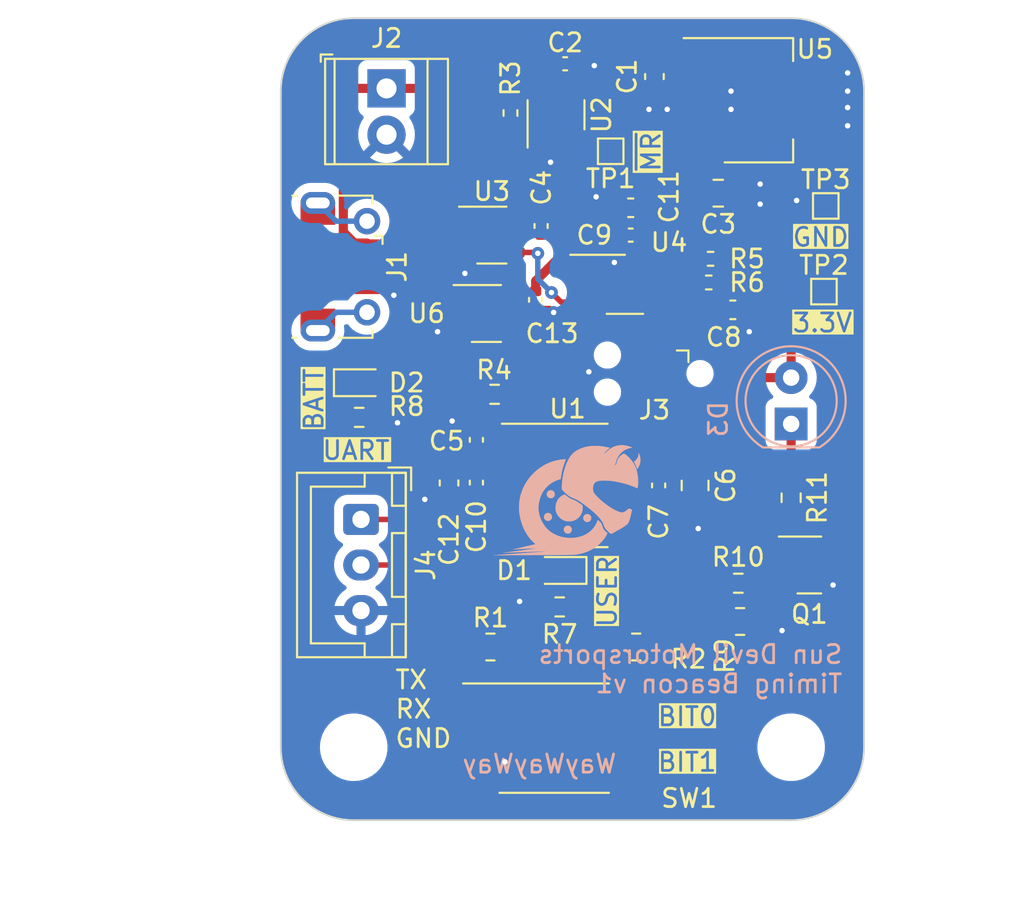
<source format=kicad_pcb>
(kicad_pcb (version 20221018) (generator pcbnew)
  (title_block (title "Lap Beacon") (date "2024-01-13") (rev "v1"))
  (layers (0 "F.Cu" signal) (31 "B.Cu" signal) (34 "B.Paste" user) (35 "F.Paste" user) (36 "B.SilkS" user "B.Silkscreen") (37 "F.SilkS" user "F.Silkscreen") (38 "B.Mask" user) (39 "F.Mask" user) (44 "Edge.Cuts" user))
  (net 0 "")
  (net 1 "Net-(D2-K)")
  (net 2 "+3.3V")
  (net 3 "/SWDIO")
  (net 4 "/NRST")
  (net 5 "/SWCLK")
  (net 6 "GND")
  (net 7 "/USART2_TX")
  (net 8 "/USART2_RX")
  (net 9 "Net-(Q1-D)")
  (net 10 "Net-(Q1-G)")
  (net 11 "/BIT1_SEL")
  (net 12 "/BIT0_SEL")
  (net 13 "/BOOT0")
  (net 16 "/USER_LED")
  (net 19 "/TIM22_CH2")
  (net 21 "+BATT")
  (net 22 "Net-(D1-K)")
  (net 26 "unconnected-(J1-Shield-Pad6)")
  (net 28 "/~{RESET}")
  (net 29 "Net-(U2-~{MR})")
  (net 32 "Net-(D3-K)")
  (net 34 "/TR")
  (net 35 "Net-(U4-DIS)")
  (net 36 "/Q")
  (net 37 "Net-(U4-R)")
  (net 39 "/BATT_LED")
  (footprint "Capacitor_SMD:C_0402_1005Metric" (layer "F.Cu") (at 151.2 104.9 180)
    (fp_text reference "C9")
    (fp_text value "100nF")
  )
  (footprint "Resistor_SMD:R_0603_1608Metric" (layer "F.Cu") (at 143.73 113.635 180)
    (fp_text reference "R4")
    (fp_text value "10k")
  )
  (footprint "MountingHole:MountingHole_3.2mm_M3" (layer "F.Cu") (at 136 133)
    (fp_text reference "H2" hide)
    (fp_text value "M3")
  )
  (footprint "Resistor_SMD:R_0603_1608Metric" (layer "F.Cu") (at 147.3 125.3 180)
    (fp_text reference "R7")
    (fp_text value "220")
  )
  (footprint "Library:2454985-3" (layer "F.Cu") (at 147 132.5 -90)
    (fp_text reference "SW1")
    (fp_text value "BIT_SEL" hide)
  )
  (footprint "Package_TO_SOT_SMD:SOT-23-5" (layer "F.Cu") (at 143.28 109.2)
    (fp_text reference "U6")
    (fp_text value "74AHC1G32")
  )
  (footprint "Package_SO:VSSOP-8_3.0x3.0mm_P0.65mm" (layer "F.Cu") (at 150.88 107.6)
    (fp_text reference "U4")
    (fp_text value "LMC555xMM")
  )
  (footprint "Connector:Tag-Connect_TC2030-IDC-NL_2x03_P1.27mm_Vertical" (layer "F.Cu") (at 152.46 112.5 180)
    (fp_text reference "J3")
    (fp_text value "TC2030-NL")
  )
  (footprint "Resistor_SMD:R_0805_2012Metric" (layer "F.Cu") (at 157.2 126.1 180)
    (fp_text reference "R9")
    (fp_text value "100k")
  )
  (footprint "Package_TO_SOT_SMD:SOT-23" (layer "F.Cu") (at 161 123)
    (fp_text reference "Q1")
    (fp_text value "IRLML6346TRPBF")
  )
  (footprint "Capacitor_SMD:C_0402_1005Metric" (layer "F.Cu") (at 147.6 95.5)
    (fp_text reference "C2")
    (fp_text value "100nF")
  )
  (footprint "Resistor_SMD:R_0603_1608Metric" (layer "F.Cu") (at 136.3 114.9)
    (fp_text reference "R8")
    (fp_text value "220")
  )
  (footprint "Resistor_SMD:R_0402_1005Metric" (layer "F.Cu") (at 155.48 107.5 180)
    (fp_text reference "R6")
    (fp_text value "10k")
  )
  (footprint "Package_TO_SOT_SMD:SOT-223-3_TabPin2" (layer "F.Cu") (at 158.2 97.5)
    (fp_text reference "U5")
    (fp_text value "MIC37100-3.3")
  )
  (footprint "MountingHole:MountingHole_3.2mm_M3" (layer "F.Cu") (at 160 133)
    (fp_text reference "H1" hide)
    (fp_text value "M3")
  )
  (footprint "LED_SMD:LED_0603_1608Metric" (layer "F.Cu") (at 147.285 123.3 180)
    (fp_text reference "D1")
    (fp_text value "RED")
  )
  (footprint "Capacitor_SMD:C_0402_1005Metric" (layer "F.Cu") (at 145.98 108.45 -90)
    (fp_text reference "C13")
    (fp_text value "100nF")
  )
  (footprint "Capacitor_SMD:C_0603_1608Metric" (layer "F.Cu") (at 156.8 109)
    (fp_text reference "C8")
    (fp_text value "20uF")
  )
  (footprint "Resistor_SMD:R_0603_1608Metric" (layer "F.Cu") (at 157.1 124)
    (fp_text reference "R10")
    (fp_text value "100")
  )
  (footprint "Package_SO:TSSOP-20_4.4x6.5mm_P0.65mm" (layer "F.Cu") (at 147.73 118.635)
    (fp_text reference "U1")
    (fp_text value "STM32L031F6P7")
  )
  (footprint "TestPoint:TestPoint_Pad_1.0x1.0mm" (layer "F.Cu") (at 161.9 103.3)
    (fp_text reference "TP3")
    (fp_text value "GND")
  )
  (footprint "Resistor_SMD:R_0603_1608Metric" (layer "F.Cu") (at 160 119.31 -90)
    (fp_text reference "R11")
    (fp_text value "24R / 250mW")
  )
  (footprint "Capacitor_SMD:C_0603_1608Metric" (layer "F.Cu") (at 141.23 118.5 -90)
    (fp_text reference "C12")
    (fp_text value "1uF")
  )
  (footprint "Capacitor_SMD:C_0603_1608Metric" (layer "F.Cu") (at 152.5 96.2 -90)
    (fp_text reference "C1")
    (fp_text value "1uF")
  )
  (footprint "Capacitor_SMD:C_0402_1005Metric" (layer "F.Cu") (at 152.73 118.635 -90)
    (fp_text reference "C7")
    (fp_text value "100nF")
  )
  (footprint "LED_SMD:LED_0603_1608Metric" (layer "F.Cu") (at 136.4 113)
    (fp_text reference "D2")
    (fp_text value "RED")
  )
  (footprint "Resistor_SMD:R_0402_1005Metric" (layer "F.Cu") (at 144.6 98.2 -90)
    (fp_text reference "R3")
    (fp_text value "10k")
  )
  (footprint "Capacitor_SMD:C_0402_1005Metric" (layer "F.Cu") (at 142.73 118.48 -90)
    (fp_text reference "C10")
    (fp_text value "100nF")
  )
  (footprint "TerminalBlock_TE-Connectivity:TerminalBlock_TE_282834-2_1x02_P2.54mm_Horizontal" (layer "F.Cu") (at 137.8 96.85 -90)
    (fp_text reference "J2")
    (fp_text value "BATTERY")
  )
  (footprint "Capacitor_SMD:C_0402_1005Metric" (layer "F.Cu") (at 146.28 104.4 -90)
    (fp_text reference "C4")
    (fp_text value "100nF")
  )
  (footprint "Resistor_SMD:R_0402_1005Metric" (layer "F.Cu") (at 155.58 106.2 180)
    (fp_text reference "R5")
    (fp_text value "10k")
  )
  (footprint "TestPoint:TestPoint_Pad_1.0x1.0mm" (layer "F.Cu") (at 150.1 100.3)
    (fp_text reference "TP1")
    (fp_text value "~{MR}")
  )
  (footprint "Capacitor_SMD:C_0402_1005Metric" (layer "F.Cu") (at 142.73 116.135 -90)
    (fp_text reference "C5")
    (fp_text value "100nF")
  )
  (footprint "Capacitor_SMD:C_0805_2012Metric" (layer "F.Cu") (at 154.73 118.635 -90)
    (fp_text reference "C6")
    (fp_text value "10uF")
  )
  (footprint "Capacitor_SMD:C_0603_1608Metric" (layer "F.Cu") (at 151.2 103.4 180)
    (fp_text reference "C11")
    (fp_text value "1uF")
  )
  (footprint "TestPoint:TestPoint_Pad_1.0x1.0mm" (layer "F.Cu") (at 161.8 108)
    (fp_text reference "TP2")
    (fp_text value "3.3V")
  )
  (footprint "Connector_JST:JST_XH_B3B-XH-A_1x03_P2.50mm_Vertical" (layer "F.Cu") (at 136.4 120.5 -90)
    (fp_text reference "J4")
    (fp_text value "UART")
  )
  (footprint "Capacitor_SMD:C_0805_2012Metric" (layer "F.Cu") (at 156 102.6)
    (fp_text reference "C3")
    (fp_text value "10uF")
  )
  (footprint "Resistor_SMD:R_0805_2012Metric" (layer "F.Cu") (at 151.5 127.5)
    (fp_text reference "R2")
    (fp_text value "10k")
  )
  (footprint "Resistor_SMD:R_0805_2012Metric" (layer "F.Cu") (at 143.5 127.5 180)
    (fp_text reference "R1")
    (fp_text value "10k")
  )
  (footprint "Package_TO_SOT_SMD:SOT-23-6" (layer "F.Cu") (at 147.1 98.3 90)
    (fp_text reference "U2")
    (fp_text value "TPS3808DBV")
  )
  (footprint "Package_TO_SOT_SMD:SOT-23-5" (layer "F.Cu") (at 143.58 104.9)
    (fp_text reference "U3")
    (fp_text value "SN74LVC1G14DBV")
  )
  (footprint "Connector_USB:USB_Micro-B_Molex-105017-0001" (layer "F.Cu") (at 135.2675 106.635 -90)
    (fp_text reference "J1")
    (fp_text value "USB")
  )
  (footprint "LED_THT:LED_D5.0mm_IRBlack" (layer "B.Cu") (at 160 115.26 90)
    (fp_text reference "D3")
    (fp_text value "TSAL6100")
  )
  (footprint "LOGO" (layer "B.Cu") (at 147.9 119.7 180)
    (fp_text reference "G***" hide)
    (fp_text value "LOGO" hide)
  )
  (gr_arc (start 132 97) (mid 133.171573 94.171573) (end 136 93) (stroke (width 0.1)) (layer "Edge.Cuts"))
  (gr_line (start 132 133) (end 132 97) (stroke (width 0.1)) (layer "Edge.Cuts"))
  (gr_arc (start 136 137) (mid 133.171573 135.828427) (end 132 133) (stroke (width 0.1)) (layer "Edge.Cuts"))
  (gr_line (start 164 133) (end 164 97) (stroke (width 0.1)) (layer "Edge.Cuts"))
  (gr_line (start 160 93) (end 136 93) (stroke (width 0.1)) (layer "Edge.Cuts"))
  (gr_arc (start 160 93) (mid 162.828427 94.171573) (end 164 97) (stroke (width 0.1)) (layer "Edge.Cuts"))
  (gr_line (start 136 137) (end 160 137) (stroke (width 0.1)) (layer "Edge.Cuts"))
  (gr_arc (start 164 133) (mid 162.828427 135.828427) (end 160 137) (stroke (width 0.1)) (layer "Edge.Cuts"))
  (gr_text "Sun Devil Motorsports\nTiming Beacon v1" (at 162.9 130.1) (layer "B.SilkS") (effects (font (size 1 1)) (justify left bottom mirror)))
  (gr_text "WayWayWay" (at 150.5 134.5) (layer "B.SilkS") (effects (font (size 1 1)) (justify left bottom mirror)))
  (gr_text "UART" (at 134.2 117.3) (layer "F.SilkS" knockout) (effects (font (size 1 1)) (justify left bottom)))
  (gr_text "3.3V" (at 160 110.3) (layer "F.SilkS" knockout) (effects (font (size 1 1)) (justify left bottom)))
  (gr_text "BIT1\n" (at 152.6 134.4) (layer "F.SilkS" knockout) (effects (font (size 1 1)) (justify left bottom)))
  (gr_text "BATT" (at 134.4 115.7 90) (layer "F.SilkS" knockout) (effects (font (size 1 1)) (justify left bottom)))
  (gr_text "~{MR}" (at 152.9 101.5 90) (layer "F.SilkS" knockout) (effects (font (size 1 1)) (justify left bottom)))
  (gr_text "USER" (at 150.5 126.5 90) (layer "F.SilkS" knockout) (effects (font (size 1 1)) (justify left bottom)))
  (gr_text "TX\nRX\nGND" (at 138.2 133.1) (layer "F.SilkS") (effects (font (size 1 1)) (justify left bottom)))
  (gr_text "GND" (at 160 105.6) (layer "F.SilkS" knockout) (effects (font (size 1 1)) (justify left bottom)))
  (gr_text "BIT0" (at 152.6 131.9) (layer "F.SilkS" knockout) (effects (font (size 1 1)) (justify left bottom)))
  (segment (start 135.6125 113.9875) (end 135.6125 113) (width 0.5) (layer "F.Cu") (net 1))
  (segment (start 135.475 114.125) (end 135.6125 113.9875) (width 0.5) (layer "F.Cu") (net 1))
  (segment (start 135.475 114.9) (end 135.475 114.125) (width 0.5) (layer "F.Cu") (net 1))
  (segment (start 151.59 118.31) (end 151.745 118.155) (width 0.3) (layer "F.Cu") (net 2))
  (segment (start 142 118) (end 142.73 118) (width 0.5) (layer "F.Cu") (net 2))
  (segment (start 144.4125 127.5) (end 144.6125 127.7) (width 0.5) (layer "F.Cu") (net 2))
  (segment (start 150.5925 118.31) (end 151.59 118.31) (width 0.3) (layer "F.Cu") (net 2))
  (segment (start 143.61 118.31) (end 143.3 118) (width 0.3) (layer "F.Cu") (net 2))
  (segment (start 141.23 117.725) (end 141.725 117.725) (width 0.5) (layer "F.Cu") (net 2))
  (segment (start 159 110.7) (end 160 110.7) (width 0.5) (layer "F.Cu") (net 2))
  (segment (start 161.8 108) (end 160 108) (width 0.5) (layer "F.Cu") (net 2))
  (segment (start 148.5 118.31) (end 150.5925 118.31) (width 0.3) (layer "F.Cu") (net 2))
  (segment (start 144.8675 118.31) (end 147.7 118.31) (width 0.3) (layer "F.Cu") (net 2))
  (segment (start 150.5875 125.5875) (end 150.5875 127.5) (width 0.3) (layer "F.Cu") (net 2))
  (segment (start 160 107.6) (end 160 108) (width 0.5) (layer "F.Cu") (net 2))
  (segment (start 154.73 117.685) (end 154.73 115.67) (width 0.5) (layer "F.Cu") (net 2))
  (segment (start 141.725 117.725) (end 142 118) (width 0.5) (layer "F.Cu") (net 2))
  (segment (start 155.4 104.4) (end 156.8 104.4) (width 0.5) (layer "F.Cu") (net 2))
  (segment (start 143.3 118) (end 142.73 118) (width 0.3) (layer "F.Cu") (net 2))
  (segment (start 158.3 112.72) (end 160 112.72) (width 0.5) (layer "F.Cu") (net 2))
  (segment (start 144.8675 118.31) (end 143.61 118.31) (width 0.3) (layer "F.Cu") (net 2))
  (segment (start 151.745 118.155) (end 152.73 118.155) (width 0.3) (layer "F.Cu") (net 2))
  (segment (start 147.7 118.31) (end 148.5 118.31) (width 0.3) (layer "F.Cu") (net 2))
  (segment (start 154.015 117.685) (end 153.545 118.155) (width 0.5) (layer "F.Cu") (net 2))
  (segment (start 144.6125 127.7) (end 147.7 127.7) (width 0.5) (layer "F.Cu") (net 2))
  (segment (start 157.68 112.72) (end 158.3 112.72) (width 0.5) (layer "F.Cu") (net 2))
  (segment (start 150.3875 127.7) (end 150.5875 127.5) (width 0.5) (layer "F.Cu") (net 2))
  (segment (start 154.095 111.5) (end 158.2 111.5) (width 0.5) (layer "F.Cu") (net 2))
  (segment (start 155.05 102.6) (end 155.05 104.05) (width 0.5) (layer "F.Cu") (net 2))
  (segment (start 160 110.7) (end 160 112.72) (width 0.5) (layer "F.Cu") (net 2))
  (segment (start 155.05 104.05) (end 155.4 104.4) (width 0.5) (layer "F.Cu") (net 2))
  (segment (start 149.7 122.8) (end 149.7 124.7) (width 0.3) (layer "F.Cu") (net 2))
  (segment (start 154.73 117.685) (end 154.015 117.685) (width 0.5) (layer "F.Cu") (net 2))
  (segment (start 153.73 111.865) (end 154.095 111.5) (width 0.5) (layer "F.Cu") (net 2))
  (segment (start 148.8 118.31) (end 148.8 121.9) (width 0.3) (layer "F.Cu") (net 2))
  (segment (start 149.7 124.7) (end 150.5875 125.5875) (width 0.3) (layer "F.Cu") (net 2))
  (segment (start 148.8 121.9) (end 149.7 122.8) (width 0.3) (layer "F.Cu") (net 2))
  (segment (start 154.73 115.67) (end 157.68 112.72) (width 0.5) (layer "F.Cu") (net 2))
  (segment (start 153.545 118.155) (end 152.73 118.155) (width 0.5) (layer "F.Cu") (net 2))
  (segment (start 160 108) (end 160 110.7) (width 0.5) (layer "F.Cu") (net 2))
  (segment (start 156.8 104.4) (end 160 107.6) (width 0.5) (layer "F.Cu") (net 2))
  (segment (start 147.7 127.7) (end 150.3875 127.7) (width 0.5) (layer "F.Cu") (net 2))
  (segment (start 158.2 111.5) (end 159 110.7) (width 0.5) (layer "F.Cu") (net 2))
  (segment (start 153.73 113.135) (end 153.73 115.07) (width 0.3) (layer "F.Cu") (net 3))
  (segment (start 152.44 116.36) (end 150.5925 116.36) (width 0.3) (layer "F.Cu") (net 3))
  (segment (start 153.73 115.07) (end 152.44 116.36) (width 0.3) (layer "F.Cu") (net 3))
  (segment (start 146.5 114.2) (end 146.5 117.1) (width 0.3) (layer "F.Cu") (net 4))
  (segment (start 143.86 117.66) (end 142.815 116.615) (width 0.3) (layer "F.Cu") (net 4))
  (segment (start 145.94 117.66) (end 144.8675 117.66) (width 0.3) (layer "F.Cu") (net 4))
  (segment (start 149.3 110.5) (end 146.5 113.3) (width 0.3) (layer "F.Cu") (net 4))
  (segment (start 146.5 113.3) (end 146.5 114.2) (width 0.3) (layer "F.Cu") (net 4))
  (segment (start 146.5 117.1) (end 145.94 117.66) (width 0.3) (layer "F.Cu") (net 4))
  (segment (start 151.095 110.5) (end 149.3 110.5) (width 0.3) (layer "F.Cu") (net 4))
  (segment (start 152.46 111.865) (end 151.095 110.5) (width 0.3) (layer "F.Cu") (net 4))
  (segment (start 142.815 116.615) (end 142.73 116.615) (width 0.3) (layer "F.Cu") (net 4))
  (segment (start 144.8675 117.66) (end 143.86 117.66) (width 0.3) (layer "F.Cu") (net 4))
  (segment (start 150.5925 115.71) (end 151.49 115.71) (width 0.3) (layer "F.Cu") (net 5))
  (segment (start 151.49 115.71) (end 152.46 114.74) (width 0.3) (layer "F.Cu") (net 5))
  (segment (start 152.46 114.74) (end 152.46 113.135) (width 0.3) (layer "F.Cu") (net 5))
  (segment (start 146.28 104.88) (end 144.22 104.88) (width 0.3) (layer "F.Cu") (net 6))
  (segment (start 150.5925 118.96) (end 151.76 118.96) (width 0.3) (layer "F.Cu") (net 6))
  (segment (start 146.475 125.3) (end 145.4 125.3) (width 0.5) (layer "F.Cu") (net 6))
  (segment (start 142.73 114.97) (end 142.8175 114.8825) (width 0.5) (layer "F.Cu") (net 6))
  (segment (start 151.19 111.865) (end 150.5757 112.4793) (width 0.5) (layer "F.Cu") (net 6))
  (segment (start 149.9 103.4) (end 149.3 102.8) (width 0.5) (layer "F.Cu") (net 6))
  (segment (start 154.73 120.83) (end 154.9 121) (width 0.5) (layer "F.Cu") (net 6))
  (segment (start 153.685 119.585) (end 154.73 119.585) (width 0.5) (layer "F.Cu") (net 6))
  (segment (start 150.425 103.4) (end 150.425 104.025) (width 0.5) (layer "F.Cu") (net 6))
  (segment (start 148.68 106.625) (end 150.075 106.625) (width 0.3) (layer "F.Cu") (net 6))
  (segment (start 148.9793 112.4793) (end 148.9 112.4) (width 0.5) (layer "F.Cu") (net 6))
  (segment (start 150.425 104.025) (end 150.72 104.32) (width 0.5) (layer "F.Cu") (net 6))
  (segment (start 142.55 133.77) (end 144.27 133.77) (width 0.5) (layer "F.Cu") (net 6))
  (segment (start 136.73 107.935) (end 137.935 107.935) (width 0.3) (layer "F.Cu") (net 6))
  (segment (start 137.935 107.935) (end 138.2 108.2) (width 0.3) (layer "F.Cu") (net 6))
  (segment (start 142.55 133.77) (end 142.55 131.23) (width 0.5) (layer "F.Cu") (net 6))
  (segment (start 157.575 110.075) (end 157.7 110.2) (width 0.5) (layer "F.Cu") (net 6))
  (segment (start 159 126.1) (end 159.5 126.6) (width 0.3) (layer "F.Cu") (net 6))
  (segment (start 145.98 108.93) (end 146.754217 108.93) (width 0.3) (layer "F.Cu") (net 6))
  (segment (start 142.14 118.96) (end 142.73 118.96) (width 0.5) (layer "F.Cu") (net 6))
  (segment (start 149.1 95.5) (end 149.2 95.6) (width 0.5) (layer "F.Cu") (net 6))
  (segment (start 161.9375 123) (end 161.9375 123.7375) (width 0.5) (layer "F.Cu") (net 6))
  (segment (start 150.425 103.4) (end 149.9 103.4) (width 0.5) (layer "F.Cu") (net 6))
  (segment (start 158.1125 126.1) (end 159 126.1) (width 0.3) (layer "F.Cu") (net 6))
  (segment (start 137.125 114.9) (end 138.1 114.9) (width 0.5) (layer "F.Cu") (net 6))
  (segment (start 141.955 115.655) (end 141.4 115.1) (width 0.5) (layer "F.Cu") (net 6))
  (segment (start 151.915 119.115) (end 152.73 119.115) (width 0.3) (layer "F.Cu") (net 6))
  (segment (start 147.1 99.4375) (end 147.1 100.6) (width 0.5) (layer "F.Cu") (net 6))
  (segment (start 157.575 109) (end 157.575 110.075) (width 0.5) (layer "F.Cu") (net 6))
  (segment (start 150.075 106.625) (end 150.3 106.4) (width 0.3) (layer "F.Cu") (net 6))
  (segment (start 151.76 118.96) (end 151.915 119.115) (width 0.3) (layer "F.Cu") (net 6))
  (segment (start 152.73 119.115) (end 153.215 119.115) (width 0.5) (layer "F.Cu") (net 6))
  (segment (start 141.825 119.275) (end 142.14 118.96) (width 0.5) (layer "F.Cu") (net 6))
  (segment (start 140.025 119.275) (end 139.9 119.4) (width 0.5) (layer "F.Cu") (net 6))
  (segment (start 141.23 119.275) (end 141.825 119.275) (width 0.5) (layer "F.Cu") (net 6))
  (segment (start 142.73 115.655) (end 141.955 115.655) (width 0.5) (layer "F.Cu") (net 6))
  (segment (start 142.4425 106.6575) (end 142.1 107) (width 0.5) (layer "F.Cu") (net 6))
  (segment (start 144.22 104.88) (end 143.25 105.85) (width 0.3) (layer "F.Cu") (net 6))
  (segment (start 160.6 103.3) (end 160.3 103) (width 0.5) (layer "F.Cu") (net 6))
  (segment (start 138.1 114.9) (end 138.4 115.2) (width 0.5) (layer "F.Cu") (net 6))
  (segment (start 153.215 119.115) (end 153.685 119.585) (width 0.5) (layer "F.Cu") (net 6))
  (segment (start 147.1 100.6) (end 146.8 100.9) (width 0.5) (layer "F.Cu") (net 6))
  (segment (start 148.08 95.5) (end 149.1 95.5) (width 0.5) (layer "F.Cu") (net 6))
  (segment (start 141.23 119.275) (end 140.025 119.275) (width 0.5) (layer "F.Cu") (net 6))
  (segment (start 150.5757 112.4793) (end 148.9793 112.4793) (width 0.5) (layer "F.Cu") (net 6))
  (segment (start 140.65 110.15) (end 140.6 110.2) (width 0.5) (layer "F.Cu") (net 6))
  (segment (start 142.8175 114.8825) (end 142.8175 113.635) (width 0.5) (layer "F.Cu") (net 6))
  (segment (start 150.72 104.32) (end 150.72 104.9) (width 0.5) (layer "F.Cu") (net 6))
  (segment (start 144.27 133.77) (end 144.3 133.8) (width 0.5) (layer "F.Cu") (net 6))
  (segment (start 146.754217 108.93) (end 146.968424 109.144207) (width 0.3) (layer "F.Cu") (net 6))
  (segment (start 142.1425 110.15) (end 140.65 110.15) (width 0.5) (layer "F.Cu") (net 6))
  (segment (start 142.73 115.655) (end 142.73 114.97) (width 0.5) (layer "F.Cu") (net 6))
  (segment (start 161.9 103.3) (end 160.6 103.3) (width 0.5) (layer "F.Cu") (net 6))
  (segment (start 154.73 119.585) (end 154.73 120.83) (width 0.5) (layer "F.Cu") (net 6))
  (segment (start 142.4425 105.85) (end 142.4425 106.6575) (width 0.5) (layer "F.Cu") (net 6))
  (segment (start 145.4 125.3) (end 145.1 125) (width 0.5) (layer "F.Cu") (net 6))
  (segment (start 143.25 105.85) (end 142.4425 105.85) (width 0.3) (layer "F.Cu") (net 6))
  (segment (start 161.9375 123.7375) (end 162.3 124.1) (width 0.5) (layer "F.Cu") (net 6))
  (via (at 163.1 97) (size 0.7) (drill 0.3) (layers "F.Cu" "B.Cu") (net 6))
  (via (at 144.3 133.8) (size 0.7) (drill 0.3) (layers "F.Cu" "B.Cu") (net 6))
  (via (at 158.3 103.2) (size 0.7) (drill 0.3) (layers "F.Cu" "B.Cu") (net 6))
  (via (at 162.3 124.1) (size 0.7) (drill 0.3) (layers "F.Cu" "B.Cu") (net 6))
  (via (at 163.1 97.9) (size 0.7) (drill 0.3) (layers "F.Cu" "B.Cu") (net 6))
  (via (at 159.5 126.6) (size 0.7) (drill 0.3) (layers "F.Cu" "B.Cu") (net 6))
  (via (at 148.9 112.4) (size 0.7) (drill 0.3) (layers "F.Cu" "B.Cu") (net 6))
  (via (at 150.3 106.4) (size 0.7) (drill 0.3) (layers "F.Cu" "B.Cu") (net 6))
  (via (at 156.7 98) (size 0.7) (drill 0.3) (layers "F.Cu" "B.Cu") (net 6))
  (via (at 146.8 100.9) (size 0.7) (drill 0.3) (layers "F.Cu" "B.Cu") (net 6))
  (via (at 157.7 110.2) (size 0.7) (drill 0.3) (layers "F.Cu" "B.Cu") (net 6))
  (via (at 149.3 102.8) (size 0.7) (drill 0.3) (layers "F.Cu" "B.Cu") (net 6))
  (via (at 146.968424 109.144207) (size 0.7) (drill 0.3) (layers "F.Cu" "B.Cu") (net 6))
  (via (at 142.1 107) (size 0.7) (drill 0.3) (layers "F.Cu" "B.Cu") (net 6))
  (via (at 153.2 98) (size 0.7) (drill 0.3) (layers "F.Cu" "B.Cu") (net 6))
  (via (at 154.9 121) (size 0.7) (drill 0.3) (layers "F.Cu" "B.Cu") (net 6))
  (via (at 140.6 110.2) (size 0.7) (drill 0.3) (layers "F.Cu" "B.Cu") (net 6))
  (via (at 163.1 96) (size 0.7) (drill 0.3) (layers "F.Cu" "B.Cu") (net 6))
  (via (at 158.3 102.1) (size 0.7) (drill 0.3) (layers "F.Cu" "B.Cu") (net 6))
  (via (at 156.7 97) (size 0.7) (drill 0.3) (layers "F.Cu" "B.Cu") (net 6))
  (via (at 163.1 98.9) (size 0.7) (drill 0.3) (layers "F.Cu" "B.Cu") (net 6))
  (via (at 149.2 95.6) (size 0.7) (drill 0.3) (layers "F.Cu" "B.Cu") (net 6))
  (via (at 141.4 115.1) (size 0.7) (drill 0.3) (layers "F.Cu" "B.Cu") (net 6))
  (via (at 138.4 115.2) (size 0.7) (drill 0.3) (layers "F.Cu" "B.Cu") (net 6))
  (via (at 160.3 103) (size 0.7) (drill 0.3) (layers "F.Cu" "B.Cu") (net 6))
  (via (at 139.9 119.4) (size 0.7) (drill 0.3) (layers "F.Cu" "B.Cu") (net 6))
  (via (at 145.1 125) (size 0.7) (drill 0.3) (layers "F.Cu" "B.Cu") (net 6))
  (via (at 138.2 108.2) (size 0.7) (drill 0.3) (layers "F.Cu" "B.Cu") (net 6))
  (via (at 152.2 98) (size 0.7) (drill 0.3) (layers "F.Cu" "B.Cu") (net 6))
  (segment (start 139.84 120.26) (end 139.6 120.5) (width 0.3) (layer "F.Cu") (net 7))
  (segment (start 144.8675 120.26) (end 139.84 120.26) (width 0.3) (layer "F.Cu") (net 7))
  (segment (start 139.6 120.5) (end 136.4 120.5) (width 0.3) (layer "F.Cu") (net 7))
  (segment (start 141.5 123) (end 136.4 123) (width 0.3) (layer "F.Cu") (net 8))
  (segment (start 143.59 120.91) (end 141.5 123) (width 0.3) (layer "F.Cu") (net 8))
  (segment (start 144.8675 120.91) (end 143.59 120.91) (width 0.3) (layer "F.Cu") (net 8))
  (segment (start 160 120.135) (end 160 121.9875) (width 0.5) (layer "F.Cu") (net 9))
  (segment (start 160 121.9875) (end 160.0625 122.05) (width 0.5) (layer "F.Cu") (net 9))
  (segment (start 157.925 124) (end 160.0125 124) (width 0.3) (layer "F.Cu") (net 10))
  (segment (start 160.0125 124) (end 160.0625 123.95) (width 0.3) (layer "F.Cu") (net 10))
  (segment (start 152.4125 124.8125) (end 152.4125 127.5) (width 0.3) (layer "F.Cu") (net 11))
  (segment (start 152.93 133.77) (end 151.45 133.77) (width 0.3) (layer "F.Cu") (net 11))
  (segment (start 150.5925 122.9925) (end 152.4125 124.8125) (width 0.3) (layer "F.Cu") (net 11))
  (segment (start 153.5 133.2) (end 152.93 133.77) (width 0.3) (layer "F.Cu") (net 11))
  (segment (start 150.5925 121.56) (end 150.5925 122.9925) (width 0.3) (layer "F.Cu") (net 11))
  (segment (start 152.4125 127.5) (end 152.4125 128.4125) (width 0.3) (layer "F.Cu") (net 11))
  (segment (start 153.5 129.5) (end 153.5 133.2) (width 0.3) (layer "F.Cu") (net 11))
  (segment (start 152.4125 128.4125) (end 153.5 129.5) (width 0.3) (layer "F.Cu") (net 11))
  (segment (start 143.7 129.9) (end 146.1 129.9) (width 0.3) (layer "F.Cu") (net 12))
  (segment (start 144.8675 121.56) (end 144.8675 123.1325) (width 0.3) (layer "F.Cu") (net 12))
  (segment (start 142.5875 125.4125) (end 142.5875 127.5) (width 0.3) (layer "F.Cu") (net 12))
  (segment (start 147.43 131.23) (end 151.45 131.23) (width 0.3) (layer "F.Cu") (net 12))
  (segment (start 144.8675 123.1325) (end 142.5875 125.4125) (width 0.3) (layer "F.Cu") (net 12))
  (segment (start 142.5875 127.5) (end 142.5875 128.7875) (width 0.3) (layer "F.Cu") (net 12))
  (segment (start 142.5875 128.7875) (end 143.7 129.9) (width 0.3) (layer "F.Cu") (net 12))
  (segment (start 146.1 129.9) (end 147.43 131.23) (width 0.3) (layer "F.Cu") (net 12))
  (segment (start 144.8675 115.1675) (end 144.6425 114.9425) (width 0.3) (layer "F.Cu") (net 13))
  (segment (start 144.6425 114.9425) (end 144.6425 113.635) (width 0.3) (layer "F.Cu") (net 13))
  (segment (start 144.8675 115.71) (end 144.8675 115.1675) (width 0.3) (layer "F.Cu") (net 13))
  (segment (start 146.4975 123.3) (end 146.4975 119.6975) (width 0.3) (layer "F.Cu") (net 16))
  (segment (start 145.76 118.96) (end 144.8675 118.96) (width 0.3) (layer "F.Cu") (net 16))
  (segment (start 146.4975 119.6975) (end 145.76 118.96) (width 0.3) (layer "F.Cu") (net 16))
  (segment (start 156.275 124) (end 156.275 126.0875) (width 0.3) (layer "F.Cu") (net 19))
  (segment (start 150.5925 120.26) (end 152.06 120.26) (width 0.3) (layer "F.Cu") (net 19))
  (segment (start 152.06 120.26) (end 155.8 124) (width 0.3) (layer "F.Cu") (net 19))
  (segment (start 155.8 124) (end 156.275 124) (width 0.3) (layer "F.Cu") (net 19))
  (segment (start 156.275 126.0875) (end 156.2875 126.1) (width 0.3) (layer "F.Cu") (net 19))
  (segment (start 151.1 98.5) (end 151.975 99.375) (width 0.5) (layer "F.Cu") (net 21))
  (segment (start 146.28 103.92) (end 147.02 103.92) (width 0.5) (layer "F.Cu") (net 21))
  (segment (start 153.08 106.625) (end 152.125 106.625) (width 0.3) (layer "F.Cu") (net 21))
  (segment (start 144.6 97.69) (end 144.81 97.69) (width 0.5) (layer "F.Cu") (net 21))
  (segment (start 151.68 106.18) (end 151.68 104.9) (width 0.3) (layer "F.Cu") (net 21))
  (segment (start 144.4175 108.25) (end 145.05 108.25) (width 0.3) (layer "F.Cu") (net 21))
  (segment (start 147.12 95.5) (end 147.12 94.78) (width 0.5) (layer "F.Cu") (net 21))
  (segment (start 151.68 104.22) (end 151.68 104.9) (width 0.5) (layer "F.Cu") (net 21))
  (segment (start 136.05 96.85) (end 137.8 96.85) (width 0.5) (layer "F.Cu") (net 21))
  (segment (start 141.05 96.85) (end 141.89 97.69) (width 0.5) (layer "F.Cu") (net 21))
  (segment (start 147.1 101.9) (end 146.28 102.72) (width 0.5) (layer "F.Cu") (net 21))
  (segment (start 147.1 95.52) (end 147.12 95.5) (width 0.5) (layer "F.Cu") (net 21))
  (segment (start 145.3375 97.1625) (end 146.15 97.1625) (width 0.5) (layer "F.Cu") (net 21))
  (segment (start 145.05 108.25) (end 145.33 107.97) (width 0.3) (layer "F.Cu") (net 21))
  (segment (start 147.4 106) (end 145.98 107.42) (width 0.5) (layer "F.Cu") (net 21))
  (segment (start 154.4 106.2) (end 155.07 106.2) (width 0.3) (layer "F.Cu") (net 21))
  (segment (start 151.975 99.375) (end 151.975 101.9) (width 0.5) (layer "F.Cu") (net 21))
  (segment (start 141.89 97.69) (end 144.6 97.69) (width 0.5) (layer "F.Cu") (net 21))
  (segment (start 146.15 97.1625) (end 147.1 97.1625) (width 0.5) (layer "F.Cu") (net 21))
  (segment (start 136.73 105.335) (end 136.035 105.335) (width 0.5) (layer "F.Cu") (net 21))
  (segment (start 135.43 97.47) (end 136.05 96.85) (width 0.5) (layer "F.Cu") (net 21))
  (segment (start 146.28 102.72) (end 146.28 103.92) (width 0.5) (layer "F.Cu") (net 21))
  (segment (start 150.825 95.425) (end 151.1 95.425) (width 0.5) (layer "F.Cu") (net 21))
  (segment (start 147.02 103.92) (end 147.4 104.3) (width 0.5) (layer "F.Cu") (net 21))
  (segment (start 144.81 97.69) (end 145.3375 97.1625) (width 0.5) (layer "F.Cu") (net 21))
  (segment (start 151.975 103.4) (end 151.975 103.925) (width 0.5) (layer "F.Cu") (net 21))
  (segment (start 151.975 101.9) (end 147.1 101.9) (width 0.5) (layer "F.Cu") (net 21))
  (segment (start 144.7175 103.95) (end 146.25 103.95) (width 0.5) (layer "F.Cu") (net 21))
  (segment (start 146.25 103.95) (end 146.28 103.92) (width 0.5) (layer "F.Cu") (net 21))
  (segment (start 147.1 97.1625) (end 147.1 95.52) (width 0.5) (layer "F.Cu") (net 21))
  (segment (start 137.8 96.85) (end 141.05 96.85) (width 0.5) (layer "F.Cu") (net 21))
  (segment (start 151.975 101.9) (end 151.975 103.4) (width 0.5) (layer "F.Cu") (net 21))
  (segment (start 151.1 95.425) (end 151.1 98.5) (width 0.5) (layer "F.Cu") (net 21))
  (segment (start 152.125 106.625) (end 151.68 106.18) (width 0.3) (layer "F.Cu") (net 21))
  (segment (start 145.33 107.97) (end 145.98 107.97) (width 0.3) (layer "F.Cu") (net 21))
  (segment (start 151.975 103.925) (end 151.68 104.22) (width 0.5) (layer "F.Cu") (net 21))
  (segment (start 149.8 94.4) (end 150.825 95.425) (width 0.5) (layer "F.Cu") (net 21))
  (segment (start 147.4 104.3) (end 147.4 106) (width 0.5) (layer "F.Cu") (net 21))
  (segment (start 135.43 104.73) (end 135.43 97.47) (width 0.5) (layer "F.Cu") (net 21))
  (segment (start 147.12 94.78) (end 147.5 94.4) (width 0.5) (layer "F.Cu") (net 21))
  (segment (start 147.5 94.4) (end 149.8 94.4) (width 0.5) (layer "F.Cu") (net 21))
  (segment (start 136.035 105.335) (end 135.43 104.73) (width 0.5) (layer "F.Cu") (net 21))
  (segment (start 153.08 106.625) (end 153.975 106.625) (width 0.3) (layer "F.Cu") (net 21))
  (segment (start 145.98 107.42) (end 145.98 107.97) (width 0.5) (layer "F.Cu") (net 21))
  (segment (start 153.975 106.625) (end 154.4 106.2) (width 0.3) (layer "F.Cu") (net 21))
  (segment (start 151.1 95.425) (end 152.5 95.425) (width 0.5) (layer "F.Cu") (net 21))
  (segment (start 148.125 125.3) (end 148.125 123.3525) (width 0.3) (layer "F.Cu") (net 22))
  (segment (start 148.125 123.3525) (end 148.0725 123.3) (width 0.3) (layer "F.Cu") (net 22))
  (segment (start 134.03 107.635) (end 134.03 109.535) (width 0.3) (layer "F.Cu") (net 26))
  (segment (start 134.03 105.635) (end 134.03 107.635) (width 0.3) (layer "F.Cu") (net 26))
  (segment (start 134.03 103.735) (end 134.03 105.635) (width 0.3) (layer "F.Cu") (net 26))
  (segment (start 135.03 109.135) (end 134.03 110.135) (width 0.3) (layer "B.Cu") (net 26))
  (segment (start 136.73 104.135) (end 135.03 104.135) (width 0.3) (layer "B.Cu") (net 26))
  (segment (start 135.03 104.135) (end 134.03 103.135) (width 0.3) (layer "B.Cu") (net 26))
  (segment (start 136.73 109.135) (end 135.03 109.135) (width 0.3) (layer "B.Cu") (net 26))
  (segment (start 146.15 99.4375) (end 145.8375 99.4375) (width 0.3) (layer "F.Cu") (net 28))
  (segment (start 140.8 105.6) (end 141.5 104.9) (width 0.3) (layer "F.Cu") (net 28))
  (segment (start 140.8 108.9) (end 140.8 105.6) (width 0.3) (layer "F.Cu") (net 28))
  (segment (start 145.8375 99.4375) (end 145.11 98.71) (width 0.3) (layer "F.Cu") (net 28))
  (segment (start 144.09 98.71) (end 143.6 99.2) (width 0.3) (layer "F.Cu") (net 28))
  (segment (start 142.1425 109.2) (end 141.1 109.2) (width 0.3) (layer "F.Cu") (net 28))
  (segment (start 143.6 104.3) (end 143 104.9) (width 0.3) (layer "F.Cu") (net 28))
  (segment (start 143 104.9) (end 142.4425 104.9) (width 0.3) (layer "F.Cu") (net 28))
  (segment (start 141.5 104.9) (end 142.4425 104.9) (width 0.3) (layer "F.Cu") (net 28))
  (segment (start 141.1 109.2) (end 140.8 108.9) (width 0.3) (layer "F.Cu") (net 28))
  (segment (start 145.11 98.71) (end 144.6 98.71) (width 0.3) (layer "F.Cu") (net 28))
  (segment (start 143.6 99.2) (end 143.6 104.3) (width 0.3) (layer "F.Cu") (net 28))
  (segment (start 144.6 98.71) (end 144.09 98.71) (width 0.3) (layer "F.Cu") (net 28))
  (segment (start 148.05 99.4375) (end 148.5375 99.4375) (width 0.3) (layer "F.Cu") (net 29))
  (segment (start 149.4 100.3) (end 150.1 100.3) (width 0.3) (layer "F.Cu") (net 29))
  (segment (start 148.5375 99.4375) (end 149.4 100.3) (width 0.3) (layer "F.Cu") (net 29))
  (segment (start 160 115.26) (end 160 118.485) (width 0.5) (layer "F.Cu") (net 32))
  (segment (start 150.475 107.275) (end 151.125 107.925) (width 0.3) (layer "F.Cu") (net 34))
  (segment (start 156.025 107.535) (end 155.99 107.5) (width 0.3) (layer "F.Cu") (net 34))
  (segment (start 154.949976 109) (end 156.025 109) (width 0.3) (layer "F.Cu") (net 34))
  (segment (start 153.874976 107.925) (end 154.949976 109) (width 0.3) (layer "F.Cu") (net 34))
  (segment (start 148.68 107.275) (end 150.475 107.275) (width 0.3) (layer "F.Cu") (net 34))
  (segment (start 153.08 107.925) (end 153.874976 107.925) (width 0.3) (layer "F.Cu") (net 34))
  (segment (start 156.025 109) (end 156.025 107.535) (width 0.3) (layer "F.Cu") (net 34))
  (segment (start 151.125 107.925) (end 153.08 107.925) (width 0.3) (layer "F.Cu") (net 34))
  (segment (start 154.4 107.5) (end 154.175 107.275) (width 0.3) (layer "F.Cu") (net 35))
  (segment (start 154.175 107.275) (end 153.08 107.275) (width 0.3) (layer "F.Cu") (net 35))
  (segment (start 154.97 107.32) (end 156.09 106.2) (width 0.3) (layer "F.Cu") (net 35))
  (segment (start 154.97 107.5) (end 154.97 107.32) (width 0.3) (layer "F.Cu") (net 35))
  (segment (start 154.97 107.5) (end 154.4 107.5) (width 0.3) (layer "F.Cu") (net 35))
  (segment (start 149.2 109.9) (end 150.3 108.8) (width 0.3) (layer "F.Cu") (net 36))
  (segment (start 145 109.2) (end 145.7 109.9) (width 0.3) (layer "F.Cu") (net 36))
  (segment (start 149.925 107.925) (end 148.68 107.925) (width 0.3) (layer "F.Cu") (net 36))
  (segment (start 150.3 108.8) (end 150.3 108.3) (width 0.3) (layer "F.Cu") (net 36))
  (segment (start 145.7 109.9) (end 149.2 109.9) (width 0.3) (layer "F.Cu") (net 36))
  (segment (start 142.95 108.25) (end 143.9 109.2) (width 0.3) (layer "F.Cu") (net 36))
  (segment (start 142.1425 108.25) (end 142.95 108.25) (width 0.3) (layer "F.Cu") (net 36))
  (segment (start 150.3 108.3) (end 149.925 107.925) (width 0.3) (layer "F.Cu") (net 36))
  (segment (start 143.9 109.2) (end 145 109.2) (width 0.3) (layer "F.Cu") (net 36))
  (segment (start 144.7175 105.85) (end 146.05 105.85) (width 0.3) (layer "F.Cu") (net 37))
  (segment (start 146.85 108.05) (end 147.375 108.575) (width 0.3) (layer "F.Cu") (net 37))
  (segment (start 146.05 105.85) (end 146.1 105.9) (width 0.3) (layer "F.Cu") (net 37))
  (segment (start 147.375 108.575) (end 148.68 108.575) (width 0.3) (layer "F.Cu") (net 37))
  (via (at 146.1 105.9) (size 0.7) (drill 0.3) (layers "F.Cu" "B.Cu") (net 37))
  (via (at 146.85 108.05) (size 0.7) (drill 0.3) (layers "F.Cu" "B.Cu") (net 37))
  (segment (start 146.85 108.05) (end 146.1 107.3) (width 0.3) (layer "B.Cu") (net 37))
  (segment (start 146.1 107.3) (end 146.1 105.9) (width 0.3) (layer "B.Cu") (net 37))
  (segment (start 143.75 110.15) (end 140.9 113) (width 0.3) (layer "F.Cu") (net 39))
  (segment (start 140.9 113) (end 137.1875 113) (width 0.3) (layer "F.Cu") (net 39))
  (segment (start 144.4175 110.15) (end 143.75 110.15) (width 0.3) (layer "F.Cu") (net 39))
  (zone (net 21) (net_name "+BATT") (layer "F.Cu") (priority 2) (connect_pads yes (clearance 0.25)) (min_thickness 0.25) (fill yes (thermal_gap 0.5) (thermal_bridge_width 0.5) (smoothing fillet) (radius 0.5))
    (polygon (pts (xy 156.2 96.1) (xy 156.2 94.3) (xy 153.9 94.3) (xy 153.1 94.8) (xy 151.9 94.8) (xy 151.9 96) (xy 153.1 96) (xy 154 96.1)))
  )
  (zone (net 6) (net_name "GND") (layer "F.Cu") (priority 3) (connect_pads yes (clearance 0.25)) (min_thickness 0.25) (fill yes (thermal_gap 0.5) (thermal_bridge_width 0.5) (smoothing fillet) (radius 0.5))
    (polygon (pts (xy 151.8 96.4) (xy 151.8 98.4) (xy 157.1 98.4) (xy 156.3 101.7) (xy 156.3 103.6) (xy 158.8 103.6) (xy 158.8 101.7) (xy 162.5 99.5) (xy 163.5 99.5) (xy 163.5 95.4) (xy 160.2 95.4) (xy 157.1 96.4) (xy 154.1 96.4)))
  )
  (zone (net 2) (net_name "+3.3V") (layer "F.Cu") (priority 1) (connect_pads yes (clearance 0.25)) (min_thickness 0.25) (fill yes (thermal_gap 0.5) (thermal_bridge_width 0.5) (smoothing fillet) (radius 0.5))
    (polygon (pts (xy 155.7 103.5) (xy 154.4 103.5) (xy 154.4 101.7) (xy 153.9 100.7) (xy 153.9 98.9) (xy 156.2 98.9) (xy 156.2 100.7) (xy 155.7 101.7)))
  )
  (zone (net 6) (net_name "GND") (layer "B.Cu") (connect_pads (clearance 0.5)) (min_thickness 0.25) (fill yes (thermal_gap 0.5) (thermal_bridge_width 0.5))
    (polygon (pts (xy 165 92) (xy 165 138) (xy 131 138) (xy 131 92)))
  )
)
</source>
